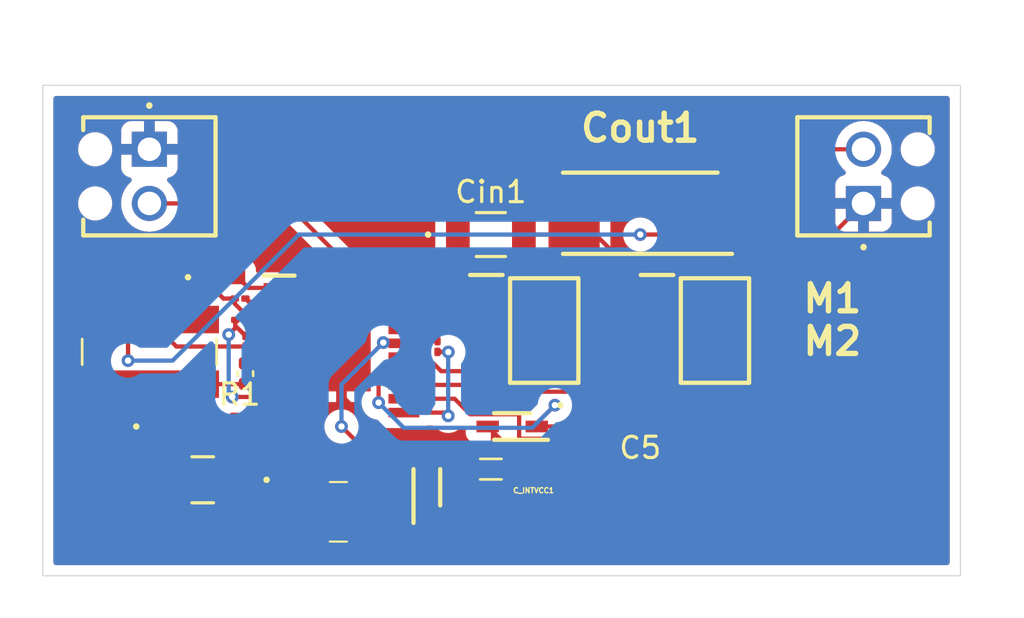
<source format=kicad_pcb>
(kicad_pcb (version 20240108) (generator "pcbnew") (generator_version "8.0")
  (layers (0 "F.Cu" signal) (31 "B.Cu" signal) (34 "B.Paste" user) (35 "F.Paste" user) (36 "B.SilkS" user "B.Silkscreen") (37 "F.SilkS" user "F.Silkscreen") (38 "B.Mask" user) (39 "F.Mask" user) (44 "Edge.Cuts" user))
  (net 0 "")
  (net 1 "Net-(C1-Pad2)")
  (net 2 "GND")
  (net 3 "/VIN")
  (net 5 "/INTVCC")
  (net 8 "/BOOST")
  (net 9 "/SW")
  (net 10 "/BG")
  (net 11 "/TG")
  (net 12 "/TRACK{slash}SS")
  (net 13 "/SENSE+")
  (net 14 "/SENSE-")
  (net 15 "/FREQ")
  (net 16 "/VFB")
  (net 17 "/ITH")
  (net 18 "/PGOOD")
  (footprint "Resistor_SMD:R_01005_0402Metric" (layer "F.Cu") (at 132.25 99)
    (property "Reference" "R2" (hide yes))
    (property "Value" "60k4")
    (pad "1" smd roundrect (at -0.25 0) (size 0.4 0.3) (layers "F.Cu" "F.Mask") (net 2 "GND"))
    (pad "2" smd roundrect (at 0.25 0) (size 0.4 0.3) (layers "F.Cu" "F.Mask") (net 15 "/FREQ"))
  )
  (footprint "footprints:KRL6432D-C-R004-F-T5" (layer "F.Cu") (at 128 101.5 90)
    (property "Reference" "R4" (hide yes))
    (property "Value" "4m")
    (fp_line (start -0.6 -3.15) (end 0.6 -3.15) (stroke (width 0.127)) (layer "F.SilkS"))
    (fp_line (start -0.6 3.15) (end 0.6 3.15) (stroke (width 0.127)) (layer "F.SilkS"))
    (pad "1" smd rect (at -1.515 0 90) (size 1.29 6.52) (layers "F.Cu" "F.Paste" "F.Mask") (net 13 "/SENSE+"))
    (pad "2" smd rect (at 1.515 0 90) (size 1.29 6.52) (layers "F.Cu" "F.Paste" "F.Mask") (net 14 "/SENSE-"))
  )
  (footprint "Resistor_SMD:R_01005_0402Metric" (layer "F.Cu") (at 141.5 101.25 -90)
    (property "Reference" "R3" (hide yes))
    (property "Value" "100k")
    (pad "1" smd roundrect (at -0.25 0 270) (size 0.4 0.3) (layers "F.Cu" "F.Mask") (net 5 "/INTVCC"))
    (pad "2" smd roundrect (at 0.25 0 270) (size 0.4 0.3) (layers "F.Cu" "F.Mask") (net 18 "/PGOOD"))
  )
  (footprint "footprints:CAP_CS0402_YAG" (layer "F.Cu") (at 149 104)
    (property "Reference" "C5" (at 2 2 0) (layer "F.SilkS"))
    (property "Value" "0u1")
    (fp_circle (center -1.7597 0) (end -1.6835 0) (stroke (width 0.1524)) (fill none) (layer "F.SilkS"))
    (pad "1" smd rect (at -0.5687 0) (size 0.7056 0.6604) (layers "F.Cu" "F.Paste" "F.Mask") (net 8 "/BOOST"))
    (pad "2" smd rect (at 0.5687 0) (size 0.7056 0.6604) (layers "F.Cu" "F.Paste" "F.Mask") (net 9 "/SW"))
    (zone (net 0) (net_name "") (layer "F.Cu") (connect_pads (clearance 0)) (min_thickness 0.254)
      (keepout (tracks not_allowed) (vias not_allowed) (pads allowed) (copperpour not_allowed) (footprints allowed))
      (fill (thermal_gap 0.508) (thermal_bridge_width 0.508))
      (polygon (pts (xy 148.8349 103.7206) (xy 149.1651 103.7206) (xy 149.1651 104.2794) (xy 148.8349 104.2794)))
    )
  )
  (footprint "footprints:AISC-1008F-100G-T" (layer "F.Cu") (at 136.855 109 180)
    (property "Reference" "L1" (hide yes))
    (property "Value" "10u" (hide yes))
    (fp_line (start -0.4 1.395) (end 0.4 1.395) (stroke (width 0.1)) (layer "F.SilkS"))
    (fp_line (start -0.4 -1.4) (end 0.4 -1.395) (stroke (width 0.1)) (layer "F.SilkS"))
    (pad "1" smd rect (at -1.145 0 180) (size 1.02 2.54) (layers "F.Cu" "F.Paste" "F.Mask") (net 9 "/SW"))
    (pad "2" smd rect (at 1.145 0 180) (size 1.02 2.54) (layers "F.Cu" "F.Paste" "F.Mask") (net 13 "/SENSE+"))
  )
  (footprint "footprints:IRF7413ZPBF" (layer "F.Cu") (at 146.5 100.5)
    (property "Reference" "M2" (at 13.5 0.5 0) (layer "F.SilkS") (effects (font (size 1.27 1.27) (thickness 0.254))))
    (property "Value" "IRF7413ZPBF" (hide yes))
    (fp_line (start -3.475 -2.605) (end -1.95 -2.605) (stroke (width 0.2)) (layer "F.SilkS"))
    (fp_line (start -1.6 -2.45) (end 1.6 -2.45) (stroke (width 0.2)) (layer "F.SilkS"))
    (fp_line (start -1.6 2.45) (end -1.6 -2.45) (stroke (width 0.2)) (layer "F.SilkS"))
    (fp_line (start 1.6 -2.45) (end 1.6 2.45) (stroke (width 0.2)) (layer "F.SilkS"))
    (fp_line (start 1.6 2.45) (end -1.6 2.45) (stroke (width 0.2)) (layer "F.SilkS"))
    (pad "1" smd rect (at -2.712 -1.905 90) (size 0.7 1.525) (layers "F.Cu" "F.Paste" "F.Mask") (net 2 "GND"))
    (pad "2" smd rect (at -2.712 -0.635 90) (size 0.7 1.525) (layers "F.Cu" "F.Paste" "F.Mask") (net 2 "GND"))
    (pad "3" smd rect (at -2.712 0.635 90) (size 0.7 1.525) (layers "F.Cu" "F.Paste" "F.Mask") (net 2 "GND"))
    (pad "4" smd rect (at -2.712 1.905 90) (size 0.7 1.525) (layers "F.Cu" "F.Paste" "F.Mask") (net 10 "/BG"))
    (pad "5" smd rect (at 2.712 1.905 90) (size 0.7 1.525) (layers "F.Cu" "F.Paste" "F.Mask") (net 9 "/SW"))
    (pad "6" smd rect (at 2.712 0.635 90) (size 0.7 1.525) (layers "F.Cu" "F.Paste" "F.Mask") (net 9 "/SW"))
    (pad "7" smd rect (at 2.712 -0.635 90) (size 0.7 1.525) (layers "F.Cu" "F.Paste" "F.Mask") (net 9 "/SW"))
    (pad "8" smd rect (at 2.712 -1.905 90) (size 0.7 1.525) (layers "F.Cu" "F.Paste" "F.Mask") (net 9 "/SW"))
  )
  (footprint "Resistor_SMD:R_01005_0402Metric" (layer "F.Cu") (at 132.275 100)
    (property "Reference" "R6" (hide yes))
    (property "Value" "400k")
    (pad "1" smd roundrect (at -0.25 0) (size 0.4 0.3) (layers "F.Cu" "F.Mask") (net 16 "/VFB"))
    (pad "2" smd roundrect (at 0.25 0) (size 0.4 0.3) (layers "F.Cu" "F.Mask") (net 2 "GND"))
  )
  (footprint "footprints:IRF7413ZPBF" (layer "F.Cu") (at 154.5 100.5)
    (property "Reference" "M1" (at 5.5 -1.5 0) (layer "F.SilkS") (effects (font (size 1.27 1.27) (thickness 0.254))))
    (property "Value" "IRF7413ZPBF" (hide yes))
    (fp_line (start -3.475 -2.605) (end -1.95 -2.605) (stroke (width 0.2)) (layer "F.SilkS"))
    (fp_line (start -1.6 -2.45) (end 1.6 -2.45) (stroke (width 0.2)) (layer "F.SilkS"))
    (fp_line (start -1.6 2.45) (end -1.6 -2.45) (stroke (width 0.2)) (layer "F.SilkS"))
    (fp_line (start 1.6 -2.45) (end 1.6 2.45) (stroke (width 0.2)) (layer "F.SilkS"))
    (fp_line (start 1.6 2.45) (end -1.6 2.45) (stroke (width 0.2)) (layer "F.SilkS"))
    (pad "1" smd rect (at -2.712 -1.905 90) (size 0.7 1.525) (layers "F.Cu" "F.Paste" "F.Mask") (net 9 "/SW"))
    (pad "2" smd rect (at -2.712 -0.635 90) (size 0.7 1.525) (layers "F.Cu" "F.Paste" "F.Mask") (net 9 "/SW"))
    (pad "3" smd rect (at -2.712 0.635 90) (size 0.7 1.525) (layers "F.Cu" "F.Paste" "F.Mask") (net 9 "/SW"))
    (pad "4" smd rect (at -2.712 1.905 90) (size 0.7 1.525) (layers "F.Cu" "F.Paste" "F.Mask") (net 11 "/TG"))
    (pad "5" smd rect (at 2.712 1.905 90) (size 0.7 1.525) (layers "F.Cu" "F.Paste" "F.Mask") (net 3 "/VIN"))
    (pad "6" smd rect (at 2.712 0.635 90) (size 0.7 1.525) (layers "F.Cu" "F.Paste" "F.Mask") (net 3 "/VIN"))
    (pad "7" smd rect (at 2.712 -0.635 90) (size 0.7 1.525) (layers "F.Cu" "F.Paste" "F.Mask") (net 3 "/VIN"))
    (pad "8" smd rect (at 2.712 -1.905 90) (size 0.7 1.525) (layers "F.Cu" "F.Paste" "F.Mask") (net 3 "/VIN"))
  )
  (footprint "Resistor_SMD:R_01005_0402Metric" (layer "F.Cu") (at 132.225 104.5)
    (property "Reference" "R1" (at 0 -1 0) (layer "F.SilkS"))
    (property "Value" "15k4")
    (pad "1" smd roundrect (at -0.25 0) (size 0.4 0.3) (layers "F.Cu" "F.Mask") (net 1 "Net-(C1-Pad2)"))
    (pad "2" smd roundrect (at 0.25 0) (size 0.4 0.3) (layers "F.Cu" "F.Mask") (net 17 "/ITH"))
  )
  (footprint "footprints:CMDSH2-3_TR_PBFREE" (layer "F.Cu") (at 145 105 180)
    (property "Reference" "D1" (hide yes))
    (property "Value" "CMDSH2-3" (hide yes))
    (fp_line (start -0.85 0.625) (end 0.85 0.625) (stroke (width 0.2)) (layer "F.SilkS"))
    (fp_line (start -1.675 -0.625) (end 0.85 -0.625) (stroke (width 0.2)) (layer "F.SilkS"))
    (pad "1" smd rect (at -1.15 0 270) (size 0.55 1.05) (layers "F.Cu" "F.Paste" "F.Mask") (net 8 "/BOOST"))
    (pad "2" smd rect (at 1.15 0 270) (size 0.55 1.05) (layers "F.Cu" "F.Paste" "F.Mask") (net 5 "/INTVCC"))
  )
  (footprint "Resistor_SMD:R_01005_0402Metric" (layer "F.Cu") (at 132.5 101 90)
    (property "Reference" "R5" (hide yes))
    (property "Value" "100k")
    (pad "1" smd roundrect (at -0.25 0 90) (size 0.4 0.3) (layers "F.Cu" "F.Mask") (net 14 "/SENSE-"))
    (pad "2" smd roundrect (at 0.25 0 90) (size 0.4 0.3) (layers "F.Cu" "F.Mask") (net 16 "/VFB"))
  )
  (footprint "footprints:CAP_CC1206_YAG" (layer "F.Cu") (at 144 96)
    (property "Reference" "Cin1" (at 0 -2 0) (layer "F.SilkS"))
    (property "Value" "22u" (hide yes))
    (fp_line (start -0.68305 1.0287) (end 0.68305 1.0287) (stroke (width 0.1524)) (layer "F.SilkS"))
    (fp_line (start 0.68305 -1.0287) (end -0.68305 -1.0287) (stroke (width 0.1524)) (layer "F.SilkS"))
    (fp_circle (center -2.9408 0) (end -2.8646 0) (stroke (width 0.1524)) (fill none) (layer "F.SilkS"))
    (pad "1" smd rect (at -1.5466 0) (size 1.112 1.8034) (layers "F.Cu" "F.Paste" "F.Mask") (net 3 "/VIN"))
    (pad "2" smd rect (at 1.5466 0) (size 1.112 1.8034) (layers "F.Cu" "F.Paste" "F.Mask") (net 2 "GND"))
    (zone (net 0) (net_name "") (layer "F.Cu") (connect_pads (clearance 0)) (min_thickness 0.254)
      (keepout (tracks not_allowed) (vias not_allowed) (pads allowed) (copperpour not_allowed) (footprints allowed))
      (fill (thermal_gap 0.508) (thermal_bridge_width 0.508))
      (polygon (pts (xy 143.0602 95.1491) (xy 144.9398 95.1491) (xy 144.9398 96.8509) (xy 143.0602 96.8509)))
    )
  )
  (footprint "footprints:CMDSH2-3_TR_PBFREE" (layer "F.Cu") (at 141 107.85 90)
    (property "Reference" "D2" (hide yes))
    (property "Value" "CMDSH2-3" (hide yes))
    (fp_line (start -1.675 -0.625) (end 0.85 -0.625) (stroke (width 0.2)) (layer "F.SilkS"))
    (fp_line (start -0.85 0.625) (end 0.85 0.625) (stroke (width 0.2)) (layer "F.SilkS"))
    (pad "1" smd rect (at -1.15 0 180) (size 0.55 1.05) (layers "F.Cu" "F.Paste" "F.Mask") (net 9 "/SW"))
    (pad "2" smd rect (at 1.15 0 180) (size 0.55 1.05) (layers "F.Cu" "F.Paste" "F.Mask") (net 2 "GND"))
  )
  (footprint "footprints:1725656" (layer "F.Cu") (at 161.46 94.54 90)
    (property "Reference" "J2" (hide yes))
    (property "Value" "Screw_Terminal_01x02" (hide yes))
    (fp_line (start 4.04 -3.1) (end 4.04 3.1) (stroke (width 0.2)) (layer "F.SilkS"))
    (fp_line (start -1.5 -3.1) (end 4.04 -3.1) (stroke (width 0.2)) (layer "F.SilkS"))
    (fp_line (start -2 0) (end -2 0) (stroke (width 0.2)) (layer "F.SilkS"))
    (fp_line (start -2.1 0) (end -2.1 0) (stroke (width 0.2)) (layer "F.SilkS"))
    (fp_line (start -2.1 0) (end -2.1 0) (stroke (width 0.2)) (layer "F.SilkS"))
    (fp_line (start 4.04 3.1) (end 3.3 3.1) (stroke (width 0.2)) (layer "F.SilkS"))
    (fp_line (start -0.9 3.1) (end -1.5 3.1) (stroke (width 0.2)) (layer "F.SilkS"))
    (fp_line (start -1.5 3.1) (end -1.5 -3.1) (stroke (width 0.2)) (layer "F.SilkS"))
    (fp_arc (start -2 0) (mid -2.05 0.05) (end -2.1 0) (stroke (width 0.2)) (layer "F.SilkS"))
    (fp_arc (start -2 0) (mid -2.05 0.05) (end -2.1 0) (stroke (width 0.2)) (layer "F.SilkS"))
    (fp_arc (start -2.1 0) (mid -2.05 -0.05) (end -2 0) (stroke (width 0.2)) (layer "F.SilkS"))
    (pad "" np_thru_hole circle (at 0 2.54 90) (size 1.1 1.1) (drill 1.1) (layers "*.Cu" "*.Mask"))
    (pad "" np_thru_hole circle (at 2.54 2.54 90) (size 1.1 1.1) (drill 1.1) (layers "*.Cu" "*.Mask"))
    (pad "1" thru_hole rect (at 0 0 90) (size 1.65 1.65) (drill 1.1) (layers "*.Cu" "*.Mask") (net 2 "GND"))
    (pad "2" thru_hole circle (at 2.54 0 90) (size 1.65 1.65) (drill 1.1) (layers "*.Cu" "*.Mask") (net 14 "/SENSE-"))
  )
  (footprint "footprints:TAZH157J010LBSZ0H00" (layer "F.Cu") (at 151 95 180)
    (property "Reference" "Cout1" (at 0 4 0) (layer "F.SilkS") (effects (font (size 1.27 1.27) (thickness 0.254))))
    (property "Value" "150u" (hide yes))
    (fp_line (start 3.62 -1.905) (end -4.3 -1.905) (stroke (width 0.2)) (layer "F.SilkS"))
    (fp_line (start -3.62 1.905) (end 3.62 1.905) (stroke (width 0.2)) (layer "F.SilkS"))
    (pad "1" smd rect (at -3.1 0 180) (size 2.4 3.75) (layers "F.Cu" "F.Paste" "F.Mask") (net 14 "/SENSE-"))
    (pad "2" smd rect (at 3.1 0 180) (size 2.4 3.75) (layers "F.Cu" "F.Paste" "F.Mask") (net 2 "GND"))
  )
  (footprint "footprints:CAP_CS1206_YAG" (layer "F.Cu") (at 130.5 107.5 180)
    (property "Reference" "C3" (hide yes))
    (property "Value" "47p")
    (fp_line (start 0.50525 -1.0795) (end -0.50525 -1.0795) (stroke (width 0.1524)) (layer "F.SilkS"))
    (fp_line (start -0.50525 1.0795) (end 0.50525 1.0795) (stroke (width 0.1524)) (layer "F.SilkS"))
    (fp_circle (center -2.9916 0) (end -2.9154 0) (stroke (width 0.1524)) (fill none) (layer "F.SilkS"))
    (pad "1" smd rect (at -1.4831 0 180) (size 1.3406 1.905) (layers "F.Cu" "F.Paste" "F.Mask") (net 17 "/ITH"))
    (pad "2" smd rect (at 1.4831 0 180) (size 1.3406 1.905) (layers "F.Cu" "F.Paste" "F.Mask") (net 2 "GND"))
    (zone (net 0) (net_name "") (layer "F.Cu") (connect_pads (clearance 0)) (min_thickness 0.254)
      (keepout (tracks not_allowed) (vias not_allowed) (pads allowed) (copperpour not_allowed) (footprints allowed))
      (fill (thermal_gap 0.508) (thermal_bridge_width 0.508))
      (polygon (pts (xy 131.262 108.4017) (xy 129.738 108.4017) (xy 129.738 106.5983) (xy 131.262 106.5983)))
    )
  )
  (footprint "footprints:1725656" (layer "F.Cu") (at 128 92 -90)
    (property "Reference" "J1" (hide yes))
    (property "Value" "Screw_Terminal_01x02" (hide yes))
    (fp_line (start -1.5 3.1) (end -1.5 -3.1) (stroke (width 0.2)) (layer "F.SilkS"))
    (fp_line (start -0.9 3.1) (end -1.5 3.1) (stroke (width 0.2)) (layer "F.SilkS"))
    (fp_line (start 4.04 3.1) (end 3.3 3.1) (stroke (width 0.2)) (layer "F.SilkS"))
    (fp_line (start -2.1 0) (end -2.1 0) (stroke (width 0.2)) (layer "F.SilkS"))
    (fp_line (start -2.1 0) (end -2.1 0) (stroke (width 0.2)) (layer "F.SilkS"))
    (fp_line (start -2 0) (end -2 0) (stroke (width 0.2)) (layer "F.SilkS"))
    (fp_line (start -1.5 -3.1) (end 4.04 -3.1) (stroke (width 0.2)) (layer "F.SilkS"))
    (fp_line (start 4.04 -3.1) (end 4.04 3.1) (stroke (width 0.2)) (layer "F.SilkS"))
    (fp_arc (start -2.1 0) (mid -2.05 -0.05) (end -2 0) (stroke (width 0.2)) (layer "F.SilkS"))
    (fp_arc (start -2 0) (mid -2.05 0.05) (end -2.1 0) (stroke (width 0.2)) (layer "F.SilkS"))
    (fp_arc (start -2 0) (mid -2.05 0.05) (end -2.1 0) (stroke (width 0.2)) (layer "F.SilkS"))
    (pad "" np_thru_hole circle (at 0 2.54 270) (size 1.1 1.1) (drill 1.1) (layers "*.Cu" "*.Mask"))
    (pad "" np_thru_hole circle (at 2.54 2.54 270) (size 1.1 1.1) (drill 1.1) (layers "*.Cu" "*.Mask"))
    (pad "1" thru_hole rect (at 0 0 270) (size 1.65 1.65) (drill 1.1) (layers "*.Cu" "*.Mask") (net 2 "GND"))
    (pad "2" thru_hole circle (at 2.54 0 270) (size 1.65 1.65) (drill 1.1) (layers "*.Cu" "*.Mask") (net 3 "/VIN"))
  )
  (footprint "footprints:LTC3807EFE#PBF" (layer "F.Cu") (at 137 101.4241)
    (property "Reference" "IC1" (hide yes))
    (property "Value" "LTC3807EFE#PBF" (hide yes))
    (fp_line (start -3.65 -3.5) (end -2.2 -3.5) (stroke (width 0.2)) (layer "F.SilkS"))
    (pad "1" smd rect (at -2.925 -2.925 90) (size 0.45 1.45) (layers "F.Cu" "F.Paste" "F.Mask") (net 12 "/TRACK{slash}SS"))
    (pad "2" smd rect (at -2.925 -2.275 90) (size 0.45 1.45) (layers "F.Cu" "F.Paste" "F.Mask") (net 15 "/FREQ"))
    (pad "3" smd rect (at -2.925 -1.625 90) (size 0.45 1.45) (layers "F.Cu" "F.Paste" "F.Mask"))
    (pad "4" smd rect (at -2.925 -0.975 90) (size 0.45 1.45) (layers "F.Cu" "F.Paste" "F.Mask") (net 2 "GND"))
    (pad "5" smd rect (at -2.925 -0.325 90) (size 0.45 1.45) (layers "F.Cu" "F.Paste" "F.Mask") (net 2 "GND"))
    (pad "6" smd rect (at -2.925 0.325 90) (size 0.45 1.45) (layers "F.Cu" "F.Paste" "F.Mask"))
    (pad "7" smd rect (at -2.925 0.975 90) (size 0.45 1.45) (layers "F.Cu" "F.Paste" "F.Mask") (net 14 "/SENSE-"))
    (pad "8" smd rect (at -2.925 1.625 90) (size 0.45 1.45) (layers "F.Cu" "F.Paste" "F.Mask") (net 13 "/SENSE+"))
    (pad "9" smd rect (at -2.925 2.275 90) (size 0.45 1.45) (layers "F.Cu" "F.Paste" "F.Mask") (net 16 "/VFB"))
    (pad "10" smd rect (at -2.925 2.925 90) (size 0.45 1.45) (layers "F.Cu" "F.Paste" "F.Mask") (net 17 "/ITH"))
    (pad "11" smd rect (at 2.925 2.925 90) (size 0.45 1.45) (layers "F.Cu" "F.Paste" "F.Mask") (net 18 "/PGOOD"))
    (pad "12" smd rect (at 2.925 2.275 90) (size 0.45 1.45) (layers "F.Cu" "F.Paste" "F.Mask") (net 11 "/TG"))
    (pad "13" smd rect (at 2.925 1.625 90) (size 0.45 1.45) (layers "F.Cu" "F.Paste" "F.Mask") (net 9 "/SW"))
    (pad "14" smd rect (at 2.925 0.975 90) (size 0.45 1.45) (layers "F.Cu" "F.Paste" "F.Mask") (net 8 "/BOOST"))
    (pad "15" smd rect (at 2.925 0.325 90) (size 0.45 1.45) (layers "F.Cu" "F.Paste" "F.Mask") (net 10 "/BG"))
    (pad "16" smd rect (at 2.925 -0.325 90) (size 0.45 1.45) (layers "F.Cu" "F.Paste" "F.Mask") (net 5 "/INTVCC"))
    (pad "17" smd rect (at 2.925 -0.975 90) (size 0.45 1.45) (layers "F.Cu" "F.Paste" "F.Mask") (net 2 "GND"))
    (pad "18" smd rect (at 2.925 -1.625 90) (size 0.45 1.45) (layers "F.Cu" "F.Paste" "F.Mask") (net 2 "GND"))
    (pad "19" smd rect (at 2.925 -2.275 90) (size 0.45 1.45) (layers "F.Cu" "F.Paste" "F.Mask") (net 3 "/VIN"))
    (pad "20" smd rect (at 2.925 -2.925 90) (size 0.45 1.45) (layers "F.Cu" "F.Paste" "F.Mask"))
    (pad "21" smd rect (at 0 0) (size 2.74 3.86) (layers "F.Cu" "F.Paste" "F.Mask") (net 2 "GND"))
  )
  (footprint "footprints:CC0402KRX5R7BB225" (layer "F.Cu") (at 144 107 180)
    (property "Reference" "C_INTVCC1" (at -2 -1 0) (layer "F.SilkS") (effects (font (size 0.241854 0.241854))))
    (property "Value" "2u2")
    (fp_line (start 0.5 -0.48) (end -0.5 -0.48) (stroke (width 0.127)) (layer "F.SilkS"))
    (fp_line (start -0.5 0.48) (end 0.5 0.48) (stroke (width 0.127)) (layer "F.SilkS"))
    (pad "1" smd roundrect (at -0.43 0 180) (size 0.54 0.6) (layers "F.Cu" "F.Paste" "F.Mask") (roundrect_rratio 0.265) (net 5 "/INTVCC"))
    (pad "2" smd roundrect (at 0.43 0 180) (size 0.54 0.6) (layers "F.Cu" "F.Paste" "F.Mask") (roundrect_rratio 0.265) (net 2 "GND"))
  )
  (footprint "footprints:CAP_CS0603_YAG" (layer "F.Cu") (at 129.5 105)
    (property "Reference" "C1" (hide yes))
    (property "Value" "4n7")
    (fp_circle (center -2.1153 0) (end -2.0391 0) (stroke (width 0.1524)) (fill none) (layer "F.SilkS"))
    (pad "1" smd rect (at -0.683 0) (size 1.1882 1.0414) (layers "F.Cu" "F.Paste" "F.Mask") (net 2 "GND"))
    (pad "2" smd rect (at 0.683 0) (size 1.1882 1.0414) (layers "F.Cu" "F.Paste" "F.Mask") (net 1 "Net-(C1-Pad2)"))
    (zone (net 0) (net_name "") (layer "F.Cu") (connect_pads (clearance 0)) (min_thickness 0.254)
      (keepout (tracks not_allowed) (vias not_allowed) (pads allowed) (copperpour not_allowed) (footprints allowed))
      (fill (thermal_gap 0.508) (thermal_bridge_width 0.508))
      (polygon (pts (xy 129.4619 104.5301) (xy 129.5381 104.5301) (xy 129.5381 105.4699) (xy 129.4619 105.4699)))
    )
  )
  (footprint "footprints:CAP_CS0402_YAG" (layer "F.Cu") (at 131.5687 98)
    (property "Reference" "C2" (hide yes))
    (property "Value" "0u1")
    (fp_circle (center -1.7597 0) (end -1.6835 0) (stroke (width 0.1524)) (fill none) (layer "F.SilkS"))
    (pad "1" smd rect (at -0.5687 0) (size 0.7056 0.6604) (layers "F.Cu" "F.Paste" "F.Mask") (net 2 "GND"))
    (pad "2" smd rect (at 0.5687 0) (size 0.7056 0.6604) (layers "F.Cu" "F.Paste" "F.Mask") (net 12 "/TRACK{slash}SS"))
    (zone (net 0) (net_name "") (layer "F.Cu") (connect_pads (clearance 0)) (min_thickness 0.254)
      (keepout (tracks not_allowed) (vias not_allowed) (pads allowed) (copperpour not_allowed) (footprints allowed))
      (fill (thermal_gap 0.508) (thermal_bridge_width 0.508))
      (polygon (pts (xy 131.4036 97.7206) (xy 131.7338 97.7206) (xy 131.7338 98.2794) (xy 131.4036 98.2794)))
    )
  )
  (footprint "Capacitor_SMD:C_0402_1005Metric" (layer "F.Cu") (at 132.5 102.52 90)
    (property "Reference" "C4" (hide yes))
    (property "Value" "1n")
    (fp_line (start -0.107836 -0.36) (end 0.107836 -0.36) (stroke (width 0.12)) (layer "F.SilkS"))
    (fp_line (start -0.107836 0.36) (end 0.107836 0.36) (stroke (width 0.12)) (layer "F.SilkS"))
    (pad "1" smd roundrect (at -0.48 0 90) (size 0.56 0.62) (layers "F.Cu" "F.Paste" "F.Mask") (net 13 "/SENSE+"))
    (pad "2" smd roundrect (at 0.48 0 90) (size 0.56 0.62) (layers "F.Cu" "F.Paste" "F.Mask") (net 14 "/SENSE-"))
  )
  (gr_rect (start 123 89) (end 166 112) (stroke (width 0.05)) (fill none) (layer "Edge.Cuts"))
  (segment (start 131.475 105) (end 131.975 104.5) (width 0.2) (layer "F.Cu") (net 1))
  (segment (start 130.183 105) (end 131.475 105) (width 0.2) (layer "F.Cu") (net 1))
  (segment (start 128.817 105) (end 128.817 107.622122) (width 0.2) (layer "F.Cu") (net 2))
  (segment (start 140.160214 106.7) (end 137 103.539786) (width 0.2) (layer "F.Cu") (net 2))
  (segment (start 138.625 99.7991) (end 139.925 99.7991) (width 0.2) (layer "F.Cu") (net 2))
  (segment (start 143.788 99.865) (end 143.788 101.135) (width 0.2) (layer "F.Cu") (net 2))
  (segment (start 146.9 96) (end 147.9 95) (width 0.2) (layer "F.Cu") (net 2))
  (segment (start 137 103.539786) (end 137 101.4241) (width 0.2) (layer "F.Cu") (net 2))
  (segment (start 131 98.5302) (end 131.4698 99) (width 0.2) (layer "F.Cu") (net 2))
  (segment (start 134.0241 100.5) (end 134.075 100.4491) (width 0.2) (layer "F.Cu") (net 2))
  (segment (start 136.025 100.4491) (end 137 101.4241) (width 0.2) (layer "F.Cu") (net 2))
  (segment (start 150.035 97.135) (end 158.865 97.135) (width 0.2) (layer "F.Cu") (net 2))
  (segment (start 141.3 107) (end 141 106.7) (width 0.2) (layer "F.Cu") (net 2))
  (segment (start 144.9 92) (end 147.9 95) (width 0.2) (layer "F.Cu") (net 2))
  (segment (start 134.0581 100.4491) (end 134.0581 101.0991) (width 0.2) (layer "F.Cu") (net 2))
  (segment (start 131 98) (end 131 98.5302) (width 0.2) (layer "F.Cu") (net 2))
  (segment (start 128 92) (end 144.9 92) (width 0.2) (layer "F.Cu") (net 2))
  (segment (start 129.0169 107.5) (end 129.0169 105.1999) (width 0.2) (layer "F.Cu") (net 2))
  (segment (start 158.865 97.135) (end 161.46 94.54) (width 0.2) (layer "F.Cu") (net 2))
  (segment (start 132.525 100) (end 132.9741 100.4491) (width 0.2) (layer "F.Cu") (net 2))
  (segment (start 132 99) (end 132 99.24259) (width 0.2) (layer "F.Cu") (net 2))
  (segment (start 141 106.7) (end 140.160214 106.7) (width 0.2) (layer "F.Cu") (net 2))
  (segment (start 143.788 98.595) (end 142.5839 99.7991) (width 0.2) (layer "F.Cu") (net 2))
  (segment (start 132 99.24259) (end 132.525 99.76759) (width 0.2) (layer "F.Cu") (net 2))
  (segment (start 132.525 99.76759) (end 132.525 100) (width 0.2) (layer "F.Cu") (net 2))
  (segment (start 143.57 107) (end 141.3 107) (width 0.2) (layer "F.Cu") (net 2))
  (segment (start 129.0169 105.1999) (end 128.817 105) (width 0.2) (layer "F.Cu") (net 2))
  (segment (start 147.9 95) (end 150.035 97.135) (width 0.2) (layer "F.Cu") (net 2))
  (segment (start 142.5839 99.7991) (end 139.925 99.7991) (width 0.2) (layer "F.Cu") (net 2))
  (segment (start 145.5466 96) (end 146.9 96) (width 0.2) (layer "F.Cu") (net 2))
  (segment (start 143.788 98.595) (end 143.788 99.865) (width 0.2) (layer "F.Cu") (net 2))
  (segment (start 137 101.4241) (end 138.625 99.7991) (width 0.2) (layer "F.Cu") (net 2))
  (segment (start 131.4698 99) (end 132 99) (width 0.2) (layer "F.Cu") (net 2))
  (segment (start 134.075 100.4491) (end 136.025 100.4491) (width 0.2) (layer "F.Cu") (net 2))
  (segment (start 132.9741 100.4491) (end 134.075 100.4491) (width 0.2) (layer "F.Cu") (net 2))
  (segment (start 139.925 99.7991) (end 139.925 100.4491) (width 0.2) (layer "F.Cu") (net 2))
  (segment (start 128 94.54) (end 134.4159 94.54) (width 0.2) (layer "F.Cu") (net 3))
  (segment (start 157.212 98.595) (end 157.212 99.865) (width 0.2) (layer "F.Cu") (net 3))
  (segment (start 139.025 99.1491) (end 139.925 99.1491) (width 0.2) (layer "F.Cu") (net 3))
  (segment (start 134.4159 94.54) (end 139.025 99.1491) (width 0.2) (layer "F.Cu") (net 3))
  (segment (start 142.4534 97.5457) (end 142.4534 96) (width 0.2) (layer "F.Cu") (net 3))
  (segment (start 142.0541 97.945) (end 142.4534 97.5457) (width 0.2) (layer "F.Cu") (net 3))
  (segment (start 157.212 101.135) (end 157.212 102.405) (width 0.2) (layer "F.Cu") (net 3))
  (segment (start 157.212 98.595) (end 156.562 97.945) (width 0.2) (layer "F.Cu") (net 3))
  (segment (start 156.562 97.945) (end 142.0541 97.945) (width 0.2) (layer "F.Cu") (net 3))
  (segment (start 157.212 99.865) (end 157.212 101.135) (width 0.2) (layer "F.Cu") (net 3))
  (segment (start 140.85 99.1491) (end 139.925 99.1491) (width 0.2) (layer "F.Cu") (net 3))
  (segment (start 142.0541 97.945) (end 140.85 99.1491) (width 0.2) (layer "F.Cu") (net 3))
  (segment (start 144.1 107.327834) (end 143.867834 107.56) (width 0.2) (layer "F.Cu") (net 5))
  (segment (start 143.75 105.1) (end 143.85 105) (width 0.2) (layer "F.Cu") (net 5))
  (segment (start 144.43 107) (end 144.43 105.58) (width 0.2) (layer "F.Cu") (net 5))
  (segment (start 139.892061 101.066161) (end 139.925 101.0991) (width 0.2) (layer "F.Cu") (net 5))
  (segment (start 144.1 105.25) (end 144.1 107.327834) (width 0.2) (layer "F.Cu") (net 5))
  (segment (start 141.5 101) (end 140.0241 101) (width 0.2) (layer "F.Cu") (net 5))
  (segment (start 139.56 107.56) (end 137 105) (width 0.2) (layer "F.Cu") (net 5))
  (segment (start 138.959398 101.066161) (end 139.892061 101.066161) (width 0.2) (layer "F.Cu") (net 5))
  (segment (start 144.43 105.58) (end 143.85 105) (width 0.2) (layer "F.Cu") (net 5))
  (segment (start 143.85 105) (end 144.1 105.25) (width 0.2) (layer "F.Cu") (net 5))
  (segment (start 143.867834 107.56) (end 139.56 107.56) (width 0.2) (layer "F.Cu") (net 5))
  (segment (start 140.0241 101) (end 139.925 101.0991) (width 0.2) (layer "F.Cu") (net 5))
  (via (at 137 105) (size 0.6) (drill 0.3) (layers "F.Cu" "B.Cu") (net 5))
  (via (at 138.959398 101.066161) (size 0.6) (drill 0.3) (layers "F.Cu" "B.Cu") (net 5))
  (segment (start 137 105) (end 137 103.025559) (width 0.2) (layer "B.Cu") (net 5))
  (segment (start 137 103.025559) (end 138.959398 101.066161) (width 0.2) (layer "B.Cu") (net 5))
  (segment (start 138.739998 103.881566) (end 138.739998 102.659102) (width 0.2) (layer "F.Cu") (net 8))
  (segment (start 147.4313 105) (end 148.4313 104) (width 0.2) (layer "F.Cu") (net 8))
  (segment (start 138.739998 102.659102) (end 139 102.3991) (width 0.2) (layer "F.Cu") (net 8))
  (segment (start 146.15 105) (end 146.15 104.85) (width 0.2) (layer "F.Cu") (net 8))
  (segment (start 139 102.3991) (end 139.925 102.3991) (width 0.2) (layer "F.Cu") (net 8))
  (segment (start 146.15 104.85) (end 147 104) (width 0.2) (layer "F.Cu") (net 8))
  (segment (start 146.15 105) (end 147.4313 105) (width 0.2) (layer "F.Cu") (net 8))
  (via (at 138.739998 103.881566) (size 0.6) (drill 0.3) (layers "F.Cu" "B.Cu") (net 8))
  (via (at 147 104) (size 0.6) (drill 0.3) (layers "F.Cu" "B.Cu") (net 8))
  (segment (start 145.94 105.06) (end 139.918432 105.06) (width 0.2) (layer "B.Cu") (net 8))
  (segment (start 147 104) (end 145.94 105.06) (width 0.2) (layer "B.Cu") (net 8))
  (segment (start 139.918432 105.06) (end 138.739998 103.881566) (width 0.2) (layer "B.Cu") (net 8))
  (segment (start 151.788 99.865) (end 151.788 101.135) (width 0.2) (layer "F.Cu") (net 9))
  (segment (start 142.7255 103.0491) (end 139.925 103.0491) (width 0.2) (layer "F.Cu") (net 9))
  (segment (start 149.212 99.865) (end 149.212 101.135) (width 0.2) (layer "F.Cu") (net 9))
  (segment (start 149.823258 103.745442) (end 149.5687 104) (width 0.2) (layer "F.Cu") (net 9))
  (segment (start 151.788 98.595) (end 151.788 99.865) (width 0.2) (layer "F.Cu") (net 9))
  (segment (start 150.745442 101.815058) (end 150.745442 103.745442) (width 0.2) (layer "F.Cu") (net 9))
  (segment (start 149.5687 104) (end 149.5687 103.4698) (width 0.2) (layer "F.Cu") (net 9))
  (segment (start 150.745442 103.745442) (end 149.823258 103.745442) (width 0.2) (layer "F.Cu") (net 9))
  (segment (start 149.5687 103.4698) (end 149.4687 103.3698) (width 0.2) (layer "F.Cu") (net 9))
  (segment (start 149.212 98.595) (end 151.788 98.595) (width 0.2) (layer "F.Cu") (net 9))
  (segment (start 149.4687 103.3698) (end 143.0462 103.3698) (width 0.2) (layer "F.Cu") (net 9))
  (segment (start 149.5687 102.7617) (end 149.212 102.405) (width 0.2) (layer "F.Cu") (net 9))
  (segment (start 141 109) (end 146.8255 109) (width 0.2) (layer "F.Cu") (net 9))
  (segment (start 138 109) (end 141 109) (width 0.2) (layer "F.Cu") (net 9))
  (segment (start 152.8105 103.015) (end 152.8105 101.795) (width 0.2) (layer "F.Cu") (net 9))
  (segment (start 152.8105 101.795) (end 150.7655 101.795) (width 0.2) (layer "F.Cu") (net 9))
  (segment (start 149.212 98.595) (end 149.212 99.865) (width 0.2) (layer "F.Cu") (net 9))
  (segment (start 149.5687 104) (end 149.5687 102.7617) (width 0.2) (layer "F.Cu") (net 9))
  (segment (start 150.7655 101.795) (end 150.745442 101.815058) (width 0.2) (layer "F.Cu") (net 9))
  (segment (start 149.212 101.135) (end 149.212 102.405) (width 0.2) (layer "F.Cu") (net 9))
  (segment (start 146.8255 109) (end 152.8105 103.015) (width 0.2) (layer "F.Cu") (net 9))
  (segment (start 143.0462 103.3698) (end 142.7255 103.0491) (width 0.2) (layer "F.Cu") (net 9))
  (segment (start 139.925 101.7491) (end 141.01669 101.7491) (width 0.2) (layer "F.Cu") (net 10))
  (segment (start 141.67259 102.405) (end 143.788 102.405) (width 0.2) (layer "F.Cu") (net 10))
  (segment (start 141.01669 101.7491) (end 141.67259 102.405) (width 0.2) (layer "F.Cu") (net 10))
  (segment (start 149.425 105.575) (end 151.788 103.212) (width 0.2) (layer "F.Cu") (net 11))
  (segment (start 151.788 103.212) (end 151.788 102.405) (width 0.2) (layer "F.Cu") (net 11))
  (segment (start 145.325 105.575) (end 149.425 105.575) (width 0.2) (layer "F.Cu") (net 11))
  (segment (start 139.925 103.6991) (end 142.2991 103.6991) (width 0.2) (layer "F.Cu") (net 11))
  (segment (start 145.325 104.425) (end 145.325 105.575) (width 0.2) (layer "F.Cu") (net 11))
  (segment (start 142.2991 103.6991) (end 143.025 104.425) (width 0.2) (layer "F.Cu") (net 11))
  (segment (start 143.025 104.425) (end 145.325 104.425) (width 0.2) (layer "F.Cu") (net 11))
  (segment (start 132.6365 98.4991) (end 132.1374 98) (width 0.2) (layer "F.Cu") (net 12))
  (segment (start 134.075 98.4991) (end 132.6365 98.4991) (width 0.2) (layer "F.Cu") (net 12))
  (segment (start 134.0259 103) (end 134.075 103.0491) (width 0.2) (layer "F.Cu") (net 13))
  (segment (start 135.1 108.39) (end 135.1 103.1491) (width 0.2) (layer "F.Cu") (net 13))
  (segment (start 135 103.0491) (end 134.075 103.0491) (width 0.2) (layer "F.Cu") (net 13))
  (segment (start 135.71 109) (end 135.1 108.39) (width 0.2) (layer "F.Cu") (net 13))
  (segment (start 132.485 103.015) (end 132.5 103) (width 0.2) (layer "F.Cu") (net 13))
  (segment (start 132.5 103) (end 134.0259 103) (width 0.2) (layer "F.Cu") (net 13))
  (segment (start 135.1 103.1491) (end 135 103.0491) (width 0.2) (layer "F.Cu") (net 13))
  (segment (start 128 103.015) (end 132.485 103.015) (width 0.2) (layer "F.Cu") (net 13))
  (segment (start 128 99.985) (end 129.265 101.25) (width 0.2) (layer "F.Cu") (net 14))
  (segment (start 157 95) (end 160 92) (width 0.2) (layer "F.Cu") (net 14))
  (segment (start 154.1 95.9) (end 154 96) (width 0.2) (layer "F.Cu") (net 14))
  (segment (start 133.9741 102.5) (end 134.075 102.3991) (width 0.2) (layer "F.Cu") (net 14))
  (segment (start 129.265 101.25) (end 132.5 101.25) (width 0.2) (layer "F.Cu") (net 14))
  (segment (start 154.1 95) (end 157 95) (width 0.2) (layer "F.Cu") (net 14))
  (segment (start 160 92) (end 161.46 92) (width 0.2) (layer "F.Cu") (net 14))
  (segment (start 132.8591 102.3991) (end 134.075 102.3991) (width 0.2) (layer "F.Cu") (net 14))
  (segment (start 154 96) (end 151 96) (width 0.2) (layer "F.Cu") (net 14))
  (segment (start 127 101.909998) (end 127 100.985) (width 0.2) (layer "F.Cu") (net 14))
  (segment (start 132.5 101.25) (end 132.5 102.04) (width 0.2) (layer "F.Cu") (net 14))
  (segment (start 127 100.985) (end 128 99.985) (width 0.2) (layer "F.Cu") (net 14))
  (segment (start 154.1 95) (end 154.1 95.9) (width 0.2) (layer "F.Cu") (net 14))
  (segment (start 132.475 102.015) (end 132.5 102.04) (width 0.2) (layer "F.Cu") (net 14))
  (segment (start 132.5 102.04) (end 132.8591 102.3991) (width 0.2) (layer "F.Cu") (net 14))
  (via (at 151 96) (size 0.6) (drill 0.3) (layers "F.Cu" "B.Cu") (net 14))
  (via (at 127 101.909998) (size 0.6) (drill 0.3) (layers "F.Cu" "B.Cu") (net 14))
  (segment (start 151 96) (end 135 96) (width 0.2) (layer "B.Cu") (net 14))
  (segment (start 129.090002 101.909998) (end 127 101.909998) (width 0.2) (layer "B.Cu") (net 14))
  (segment (start 135 96) (end 129.090002 101.909998) (width 0.2) (layer "B.Cu") (net 14))
  (segment (start 132.6491 99.1491) (end 134.075 99.1491) (width 0.2) (layer "F.Cu") (net 15))
  (segment (start 132.5 99) (end 132.6491 99.1491) (width 0.2) (layer "F.Cu") (net 15))
  (segment (start 132.025 100) (end 131.975 100.05) (width 0.2) (layer "F.Cu") (net 16))
  (segment (start 132.025 100) (end 132.025 100.38107) (width 0.2) (layer "F.Cu") (net 16))
  (segment (start 132.025 100.275) (end 132.025 100) (width 0.2) (layer "F.Cu") (net 16))
  (segment (start 133.115 103.615) (end 131.881298 103.615) (width 0.2) (layer "F.Cu") (net 16))
  (segment (start 134.075 103.6991) (end 133.1991 103.6991) (width 0.2) (layer "F.Cu") (net 16))
  (segment (start 132.025 100.38107) (end 131.71607 100.69) (width 0.2) (layer "F.Cu") (net 16))
  (segment (start 132.5 100.75) (end 132.025 100.275) (width 0.2) (layer "F.Cu") (net 16))
  (segment (start 133.1991 103.6991) (end 133.115 103.615) (width 0.2) (layer "F.Cu") (net 16))
  (via (at 131.881298 103.615) (size 0.6) (drill 0.3) (layers "F.Cu" "B.Cu") (net 16))
  (via (at 131.71607 100.69) (size 0.6) (drill 0.3) (layers "F.Cu" "B.Cu") (net 16))
  (segment (start 131.71607 100.69) (end 131.71607 103.449772) (width 0.2) (layer "B.Cu") (net 16))
  (segment (start 131.71607 103.449772) (end 131.881298 103.615) (width 0.2) (layer "B.Cu") (net 16))
  (segment (start 131.881298 103.615) (end 132 103.496298) (width 0.2) (layer "B.Cu") (net 16))
  (segment (start 132.475 107.0081) (end 132.475 104.5) (width 0.2) (layer "F.Cu") (net 17))
  (segment (start 132.6259 104.3491) (end 132.475 104.5) (width 0.2) (layer "F.Cu") (net 17))
  (segment (start 131.9831 107.5) (end 132.475 107.0081) (width 0.2) (layer "F.Cu") (net 17))
  (segment (start 134.075 104.3491) (end 132.6259 104.3491) (width 0.2) (layer "F.Cu") (net 17))
  (segment (start 141.8491 104.3491) (end 142 104.5) (width 0.2) (layer "F.Cu") (net 18))
  (segment (start 139.925 104.3491) (end 141.8491 104.3491) (width 0.2) (layer "F.Cu") (net 18))
  (segment (start 142.00055 101.5) (end 142.006996 101.506446) (width 0.2) (layer "F.Cu") (net 18))
  (segment (start 141.5 101.5) (end 142.00055 101.5) (width 0.2) (layer "F.Cu") (net 18))
  (via (at 142.006996 101.506446) (size 0.6) (drill 0.3) (layers "F.Cu" "B.Cu") (net 18))
  (via (at 142 104.5) (size 0.6) (drill 0.3) (layers "F.Cu" "B.Cu") (net 18))
  (segment (start 142.006996 101.506446) (end 142 101.513442) (width 0.2) (layer "B.Cu") (net 18))
  (segment (start 142 101.513442) (end 142 104.5) (width 0.2) (layer "B.Cu") (net 18))
  (zone (net 2) (net_name "GND") (layers "F&B.Cu") (connect_pads (clearance 0.5)) (min_thickness 0.25) (fill yes (thermal_gap 0.5) (thermal_bridge_width 0.5))
    (polygon (pts (xy 127 85) (xy 169 87) (xy 167 114) (xy 121 113) (xy 122 87)))
  )
)
</source>
